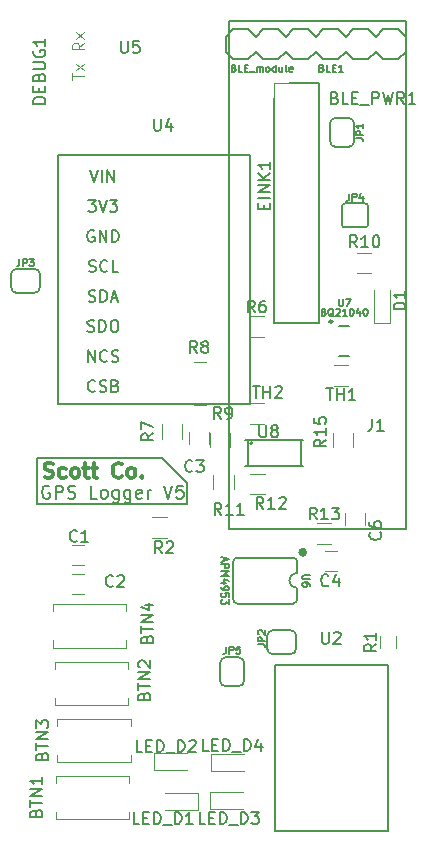
<source format=gto>
G04 #@! TF.GenerationSoftware,KiCad,Pcbnew,(5.0.0)*
G04 #@! TF.CreationDate,2018-08-08T00:15:05-07:00*
G04 #@! TF.ProjectId,GPSLogger,4750534C6F676765722E6B696361645F,rev?*
G04 #@! TF.SameCoordinates,Original*
G04 #@! TF.FileFunction,Legend,Top*
G04 #@! TF.FilePolarity,Positive*
%FSLAX46Y46*%
G04 Gerber Fmt 4.6, Leading zero omitted, Abs format (unit mm)*
G04 Created by KiCad (PCBNEW (5.0.0)) date 08/08/18 00:15:05*
%MOMM*%
%LPD*%
G01*
G04 APERTURE LIST*
%ADD10C,0.200000*%
%ADD11C,0.300000*%
%ADD12C,0.100000*%
%ADD13C,0.150000*%
%ADD14C,0.120000*%
%ADD15C,0.203200*%
%ADD16C,0.254000*%
%ADD17C,0.152400*%
%ADD18C,0.127000*%
G04 APERTURE END LIST*
D10*
X107365800Y-85328760D02*
X96814640Y-85328760D01*
X109496860Y-87459820D02*
X107365800Y-85328760D01*
X109496860Y-89204800D02*
X109496860Y-87459820D01*
X96796860Y-89204800D02*
X109496860Y-89204800D01*
X96796860Y-85310980D02*
X96796860Y-89204800D01*
X97823532Y-87689600D02*
X97718770Y-87637219D01*
X97561627Y-87637219D01*
X97404484Y-87689600D01*
X97299722Y-87794361D01*
X97247341Y-87899123D01*
X97194960Y-88108647D01*
X97194960Y-88265790D01*
X97247341Y-88475314D01*
X97299722Y-88580076D01*
X97404484Y-88684838D01*
X97561627Y-88737219D01*
X97666389Y-88737219D01*
X97823532Y-88684838D01*
X97875913Y-88632457D01*
X97875913Y-88265790D01*
X97666389Y-88265790D01*
X98347341Y-88737219D02*
X98347341Y-87637219D01*
X98766389Y-87637219D01*
X98871151Y-87689600D01*
X98923532Y-87741980D01*
X98975913Y-87846742D01*
X98975913Y-88003885D01*
X98923532Y-88108647D01*
X98871151Y-88161028D01*
X98766389Y-88213409D01*
X98347341Y-88213409D01*
X99394960Y-88684838D02*
X99552103Y-88737219D01*
X99814008Y-88737219D01*
X99918770Y-88684838D01*
X99971151Y-88632457D01*
X100023532Y-88527695D01*
X100023532Y-88422933D01*
X99971151Y-88318171D01*
X99918770Y-88265790D01*
X99814008Y-88213409D01*
X99604484Y-88161028D01*
X99499722Y-88108647D01*
X99447341Y-88056266D01*
X99394960Y-87951504D01*
X99394960Y-87846742D01*
X99447341Y-87741980D01*
X99499722Y-87689600D01*
X99604484Y-87637219D01*
X99866389Y-87637219D01*
X100023532Y-87689600D01*
X101856865Y-88737219D02*
X101333056Y-88737219D01*
X101333056Y-87637219D01*
X102380675Y-88737219D02*
X102275913Y-88684838D01*
X102223532Y-88632457D01*
X102171151Y-88527695D01*
X102171151Y-88213409D01*
X102223532Y-88108647D01*
X102275913Y-88056266D01*
X102380675Y-88003885D01*
X102537818Y-88003885D01*
X102642579Y-88056266D01*
X102694960Y-88108647D01*
X102747341Y-88213409D01*
X102747341Y-88527695D01*
X102694960Y-88632457D01*
X102642579Y-88684838D01*
X102537818Y-88737219D01*
X102380675Y-88737219D01*
X103690199Y-88003885D02*
X103690199Y-88894361D01*
X103637818Y-88999123D01*
X103585437Y-89051504D01*
X103480675Y-89103885D01*
X103323532Y-89103885D01*
X103218770Y-89051504D01*
X103690199Y-88684838D02*
X103585437Y-88737219D01*
X103375913Y-88737219D01*
X103271151Y-88684838D01*
X103218770Y-88632457D01*
X103166389Y-88527695D01*
X103166389Y-88213409D01*
X103218770Y-88108647D01*
X103271151Y-88056266D01*
X103375913Y-88003885D01*
X103585437Y-88003885D01*
X103690199Y-88056266D01*
X104685437Y-88003885D02*
X104685437Y-88894361D01*
X104633056Y-88999123D01*
X104580675Y-89051504D01*
X104475913Y-89103885D01*
X104318770Y-89103885D01*
X104214008Y-89051504D01*
X104685437Y-88684838D02*
X104580675Y-88737219D01*
X104371151Y-88737219D01*
X104266389Y-88684838D01*
X104214008Y-88632457D01*
X104161627Y-88527695D01*
X104161627Y-88213409D01*
X104214008Y-88108647D01*
X104266389Y-88056266D01*
X104371151Y-88003885D01*
X104580675Y-88003885D01*
X104685437Y-88056266D01*
X105628294Y-88684838D02*
X105523532Y-88737219D01*
X105314008Y-88737219D01*
X105209246Y-88684838D01*
X105156865Y-88580076D01*
X105156865Y-88161028D01*
X105209246Y-88056266D01*
X105314008Y-88003885D01*
X105523532Y-88003885D01*
X105628294Y-88056266D01*
X105680675Y-88161028D01*
X105680675Y-88265790D01*
X105156865Y-88370552D01*
X106152103Y-88737219D02*
X106152103Y-88003885D01*
X106152103Y-88213409D02*
X106204484Y-88108647D01*
X106256865Y-88056266D01*
X106361627Y-88003885D01*
X106466389Y-88003885D01*
X107514008Y-87637219D02*
X107880675Y-88737219D01*
X108247341Y-87637219D01*
X109137818Y-87637219D02*
X108614008Y-87637219D01*
X108561627Y-88161028D01*
X108614008Y-88108647D01*
X108718770Y-88056266D01*
X108980675Y-88056266D01*
X109085437Y-88108647D01*
X109137818Y-88161028D01*
X109190199Y-88265790D01*
X109190199Y-88527695D01*
X109137818Y-88632457D01*
X109085437Y-88684838D01*
X108980675Y-88737219D01*
X108718770Y-88737219D01*
X108614008Y-88684838D01*
X108561627Y-88632457D01*
D11*
X97415375Y-86909132D02*
X97593946Y-86968656D01*
X97891565Y-86968656D01*
X98010613Y-86909132D01*
X98070137Y-86849608D01*
X98129660Y-86730560D01*
X98129660Y-86611513D01*
X98070137Y-86492465D01*
X98010613Y-86432941D01*
X97891565Y-86373418D01*
X97653470Y-86313894D01*
X97534422Y-86254370D01*
X97474899Y-86194846D01*
X97415375Y-86075799D01*
X97415375Y-85956751D01*
X97474899Y-85837703D01*
X97534422Y-85778180D01*
X97653470Y-85718656D01*
X97951089Y-85718656D01*
X98129660Y-85778180D01*
X99201089Y-86909132D02*
X99082041Y-86968656D01*
X98843946Y-86968656D01*
X98724899Y-86909132D01*
X98665375Y-86849608D01*
X98605851Y-86730560D01*
X98605851Y-86373418D01*
X98665375Y-86254370D01*
X98724899Y-86194846D01*
X98843946Y-86135322D01*
X99082041Y-86135322D01*
X99201089Y-86194846D01*
X99915375Y-86968656D02*
X99796327Y-86909132D01*
X99736803Y-86849608D01*
X99677280Y-86730560D01*
X99677280Y-86373418D01*
X99736803Y-86254370D01*
X99796327Y-86194846D01*
X99915375Y-86135322D01*
X100093946Y-86135322D01*
X100212994Y-86194846D01*
X100272518Y-86254370D01*
X100332041Y-86373418D01*
X100332041Y-86730560D01*
X100272518Y-86849608D01*
X100212994Y-86909132D01*
X100093946Y-86968656D01*
X99915375Y-86968656D01*
X100689184Y-86135322D02*
X101165375Y-86135322D01*
X100867756Y-85718656D02*
X100867756Y-86790084D01*
X100927280Y-86909132D01*
X101046327Y-86968656D01*
X101165375Y-86968656D01*
X101403470Y-86135322D02*
X101879660Y-86135322D01*
X101582041Y-85718656D02*
X101582041Y-86790084D01*
X101641565Y-86909132D01*
X101760613Y-86968656D01*
X101879660Y-86968656D01*
X103962994Y-86849608D02*
X103903470Y-86909132D01*
X103724899Y-86968656D01*
X103605851Y-86968656D01*
X103427280Y-86909132D01*
X103308232Y-86790084D01*
X103248708Y-86671037D01*
X103189184Y-86432941D01*
X103189184Y-86254370D01*
X103248708Y-86016275D01*
X103308232Y-85897227D01*
X103427280Y-85778180D01*
X103605851Y-85718656D01*
X103724899Y-85718656D01*
X103903470Y-85778180D01*
X103962994Y-85837703D01*
X104677280Y-86968656D02*
X104558232Y-86909132D01*
X104498708Y-86849608D01*
X104439184Y-86730560D01*
X104439184Y-86373418D01*
X104498708Y-86254370D01*
X104558232Y-86194846D01*
X104677280Y-86135322D01*
X104855851Y-86135322D01*
X104974899Y-86194846D01*
X105034422Y-86254370D01*
X105093946Y-86373418D01*
X105093946Y-86730560D01*
X105034422Y-86849608D01*
X104974899Y-86909132D01*
X104855851Y-86968656D01*
X104677280Y-86968656D01*
X105629660Y-86849608D02*
X105689184Y-86909132D01*
X105629660Y-86968656D01*
X105570137Y-86909132D01*
X105629660Y-86849608D01*
X105629660Y-86968656D01*
D12*
X99782380Y-53268476D02*
X99782380Y-52697047D01*
X100782380Y-52982761D02*
X99782380Y-52982761D01*
X100782380Y-52458952D02*
X100115714Y-51935142D01*
X100115714Y-52458952D02*
X100782380Y-51935142D01*
X100782380Y-50133238D02*
X100306190Y-50466571D01*
X100782380Y-50704666D02*
X99782380Y-50704666D01*
X99782380Y-50323714D01*
X99830000Y-50228476D01*
X99877619Y-50180857D01*
X99972857Y-50133238D01*
X100115714Y-50133238D01*
X100210952Y-50180857D01*
X100258571Y-50228476D01*
X100306190Y-50323714D01*
X100306190Y-50704666D01*
X100782380Y-49799904D02*
X100115714Y-49276095D01*
X100115714Y-49799904D02*
X100782380Y-49276095D01*
D13*
G04 #@! TO.C,U4*
X114752000Y-80772000D02*
X98552000Y-80772000D01*
X114808000Y-59772000D02*
X114808000Y-80772000D01*
X98552000Y-59690000D02*
X114808000Y-59690000D01*
X98552000Y-80772000D02*
X98552000Y-59772000D01*
D14*
G04 #@! TO.C,EINK1*
X116840000Y-54864000D02*
X116840000Y-53594000D01*
X116840000Y-53594000D02*
X118110000Y-53594000D01*
D13*
X118110000Y-53594000D02*
X120650000Y-53594000D01*
X120650000Y-53594000D02*
X120650000Y-73914000D01*
X120650000Y-73914000D02*
X116840000Y-73914000D01*
X116840000Y-73914000D02*
X116840000Y-54864000D01*
G04 #@! TO.C,U2*
X126492000Y-116870000D02*
X126492000Y-102870000D01*
X116892000Y-116870000D02*
X126492000Y-116870000D01*
X116892000Y-102870000D02*
X116892000Y-116870000D01*
X126492000Y-102870000D02*
X116892000Y-102870000D01*
D14*
G04 #@! TO.C,BTN2*
X98300000Y-106244000D02*
X98300000Y-105594000D01*
X98300000Y-102544000D02*
X98300000Y-103194000D01*
X104500000Y-103194000D02*
X104500000Y-102544000D01*
X104500000Y-106244000D02*
X104500000Y-105594000D01*
X98300000Y-106244000D02*
X104500000Y-106244000D01*
X104500000Y-102544000D02*
X98300000Y-102544000D01*
G04 #@! TO.C,C3*
X109640000Y-83082000D02*
X109640000Y-84082000D01*
X111340000Y-84082000D02*
X111340000Y-83082000D01*
G04 #@! TO.C,C6*
X124548000Y-90940000D02*
X124548000Y-89940000D01*
X122848000Y-89940000D02*
X122848000Y-90940000D01*
G04 #@! TO.C,C4*
X122200000Y-93150000D02*
X121200000Y-93150000D01*
X121200000Y-94850000D02*
X122200000Y-94850000D01*
G04 #@! TO.C,D1*
X125300000Y-73900000D02*
X126700000Y-73900000D01*
X126700000Y-73900000D02*
X126700000Y-71100000D01*
X125300000Y-73900000D02*
X125300000Y-71100000D01*
G04 #@! TO.C,R6*
X115982000Y-75048000D02*
X114782000Y-75048000D01*
X114782000Y-73288000D02*
X115982000Y-73288000D01*
G04 #@! TO.C,R7*
X107324000Y-83658000D02*
X107324000Y-82458000D01*
X109084000Y-82458000D02*
X109084000Y-83658000D01*
G04 #@! TO.C,R10*
X125050000Y-69680000D02*
X123850000Y-69680000D01*
X123850000Y-67920000D02*
X125050000Y-67920000D01*
G04 #@! TO.C,R11*
X113480000Y-86750000D02*
X113480000Y-87950000D01*
X111720000Y-87950000D02*
X111720000Y-86750000D01*
G04 #@! TO.C,R12*
X116050000Y-88380000D02*
X114850000Y-88380000D01*
X114850000Y-86620000D02*
X116050000Y-86620000D01*
G04 #@! TO.C,R15*
X123562000Y-83154000D02*
X123562000Y-84354000D01*
X121802000Y-84354000D02*
X121802000Y-83154000D01*
G04 #@! TO.C,R9*
X111388000Y-84354000D02*
X111388000Y-83154000D01*
X113148000Y-83154000D02*
X113148000Y-84354000D01*
G04 #@! TO.C,TH1*
X121950000Y-77420000D02*
X123150000Y-77420000D01*
X123150000Y-79180000D02*
X121950000Y-79180000D01*
G04 #@! TO.C,TH2*
X115982000Y-82414000D02*
X114782000Y-82414000D01*
X114782000Y-80654000D02*
X115982000Y-80654000D01*
G04 #@! TO.C,C1*
X100750000Y-92650000D02*
X99750000Y-92650000D01*
X99750000Y-94350000D02*
X100750000Y-94350000D01*
G04 #@! TO.C,C2*
X100750000Y-95150000D02*
X99750000Y-95150000D01*
X99750000Y-96850000D02*
X100750000Y-96850000D01*
G04 #@! TO.C,LED_D2*
X106700000Y-110300000D02*
X106700000Y-111700000D01*
X106700000Y-111700000D02*
X109500000Y-111700000D01*
X106700000Y-110300000D02*
X109500000Y-110300000D01*
G04 #@! TO.C,LED_D3*
X111400000Y-113600000D02*
X111400000Y-115000000D01*
X111400000Y-115000000D02*
X114200000Y-115000000D01*
X111400000Y-113600000D02*
X114200000Y-113600000D01*
G04 #@! TO.C,LED_D4*
X111500000Y-110400000D02*
X111500000Y-111800000D01*
X111500000Y-111800000D02*
X114300000Y-111800000D01*
X111500000Y-110400000D02*
X114300000Y-110400000D01*
G04 #@! TO.C,R1*
X127180000Y-100400000D02*
X127180000Y-101400000D01*
X125820000Y-101400000D02*
X125820000Y-100400000D01*
G04 #@! TO.C,R2*
X106550000Y-90320000D02*
X107750000Y-90320000D01*
X107750000Y-92080000D02*
X106550000Y-92080000D01*
G04 #@! TO.C,LED_D1*
X110400000Y-115100000D02*
X110400000Y-113700000D01*
X110400000Y-113700000D02*
X107600000Y-113700000D01*
X110400000Y-115100000D02*
X107600000Y-115100000D01*
G04 #@! TO.C,BTN1*
X98400000Y-115896000D02*
X98400000Y-115246000D01*
X98400000Y-112196000D02*
X98400000Y-112846000D01*
X104600000Y-112846000D02*
X104600000Y-112196000D01*
X104600000Y-115896000D02*
X104600000Y-115246000D01*
X98400000Y-115896000D02*
X104600000Y-115896000D01*
X104600000Y-112196000D02*
X98400000Y-112196000D01*
G04 #@! TO.C,BTN3*
X98500000Y-111070000D02*
X98500000Y-110420000D01*
X98500000Y-107370000D02*
X98500000Y-108020000D01*
X104700000Y-108020000D02*
X104700000Y-107370000D01*
X104700000Y-111070000D02*
X104700000Y-110420000D01*
X98500000Y-111070000D02*
X104700000Y-111070000D01*
X104700000Y-107370000D02*
X98500000Y-107370000D01*
G04 #@! TO.C,BTN4*
X98100000Y-101350000D02*
X98100000Y-100700000D01*
X98100000Y-97650000D02*
X98100000Y-98300000D01*
X104300000Y-98300000D02*
X104300000Y-97650000D01*
X104300000Y-101350000D02*
X104300000Y-100700000D01*
X98100000Y-101350000D02*
X104300000Y-101350000D01*
X104300000Y-97650000D02*
X98100000Y-97650000D01*
G04 #@! TO.C,R13*
X121692000Y-92574000D02*
X120492000Y-92574000D01*
X120492000Y-90814000D02*
X121692000Y-90814000D01*
D15*
G04 #@! TO.C,U6*
X118767000Y-95039600D02*
G75*
G03X118767000Y-96309600I0J-635000D01*
G01*
X118815260Y-94036300D02*
G75*
G03X118436800Y-93754360I-330200J-48260D01*
G01*
X113382200Y-97264640D02*
G75*
G03X113763200Y-97645640I381000J0D01*
G01*
X118436800Y-97645640D02*
G75*
G03X118817800Y-97163040I-50800J431800D01*
G01*
X113666680Y-93754360D02*
G75*
G03X113382200Y-94135360I48260J-332740D01*
G01*
X118817800Y-94036300D02*
X118817800Y-95039600D01*
X118817800Y-97150340D02*
X118817800Y-96309600D01*
X113382200Y-94135360D02*
X113382200Y-97264640D01*
X118436800Y-93754360D02*
X113664140Y-93754360D01*
X113763200Y-97645640D02*
X118436800Y-97645640D01*
D16*
X119402000Y-93287000D02*
G75*
G03X119402000Y-93287000I-127000J0D01*
G01*
X119529000Y-93287000D02*
G75*
G03X119529000Y-93287000I-254000J0D01*
G01*
D15*
G04 #@! TO.C,U7*
X122370740Y-74130000D02*
X123229260Y-74130000D01*
X123229260Y-76670000D02*
X122370740Y-76670000D01*
D16*
X121784000Y-73749000D02*
G75*
G03X121784000Y-73749000I-127000J0D01*
G01*
D13*
G04 #@! TO.C,U8*
X115000000Y-84050000D02*
G75*
G03X115000000Y-84050000I-100000J0D01*
G01*
X114600000Y-86000000D02*
X114600000Y-83800000D01*
X119100000Y-83900000D02*
X119100000Y-86000000D01*
X114400000Y-83800000D02*
X119300000Y-83800000D01*
X114400000Y-86000000D02*
X119300000Y-86000000D01*
D17*
G04 #@! TO.C,JP1*
X121589800Y-58496200D02*
G75*
G03X122047000Y-58953400I457200J0D01*
G01*
X122047000Y-56515000D02*
G75*
G03X121589800Y-56972200I0J-457200D01*
G01*
X123621800Y-56972200D02*
G75*
G03X123164600Y-56515000I-457200J0D01*
G01*
X123164600Y-58953400D02*
G75*
G03X123621800Y-58496200I0J457200D01*
G01*
X123621800Y-56972200D02*
X123621800Y-58496200D01*
X122047000Y-56515000D02*
X123164600Y-56515000D01*
X122047000Y-58953400D02*
X123164600Y-58953400D01*
X121589800Y-58496200D02*
X121589800Y-56972200D01*
G04 #@! TO.C,JP2*
X118262000Y-101916000D02*
G75*
G03X118719200Y-101458800I0J457200D01*
G01*
X116280800Y-101458800D02*
G75*
G03X116738000Y-101916000I457200J0D01*
G01*
X116738000Y-99884000D02*
G75*
G03X116280800Y-100341200I0J-457200D01*
G01*
X118719200Y-100341200D02*
G75*
G03X118262000Y-99884000I-457200J0D01*
G01*
X116738000Y-99884000D02*
X118262000Y-99884000D01*
X116280800Y-101458800D02*
X116280800Y-100341200D01*
X118719200Y-101458800D02*
X118719200Y-100341200D01*
X118262000Y-101916000D02*
X116738000Y-101916000D01*
G04 #@! TO.C,JP3*
X96562000Y-71316000D02*
G75*
G03X97019200Y-70858800I0J457200D01*
G01*
X94580800Y-70858800D02*
G75*
G03X95038000Y-71316000I457200J0D01*
G01*
X95038000Y-69284000D02*
G75*
G03X94580800Y-69741200I0J-457200D01*
G01*
X97019200Y-69741200D02*
G75*
G03X96562000Y-69284000I-457200J0D01*
G01*
X95038000Y-69284000D02*
X96562000Y-69284000D01*
X94580800Y-70858800D02*
X94580800Y-69741200D01*
X97019200Y-70858800D02*
X97019200Y-69741200D01*
X96562000Y-71316000D02*
X95038000Y-71316000D01*
G04 #@! TO.C,JP4*
X124561600Y-65786000D02*
G75*
G03X124815600Y-65532000I0J254000D01*
G01*
X122580400Y-65532000D02*
G75*
G03X122834400Y-65786000I254000J0D01*
G01*
X122834400Y-63754000D02*
G75*
G03X122580400Y-64008000I0J-254000D01*
G01*
X124815600Y-64008000D02*
G75*
G03X124561600Y-63754000I-254000J0D01*
G01*
X122834400Y-63754000D02*
X124561600Y-63754000D01*
X122580400Y-65532000D02*
X122580400Y-64008000D01*
X124815600Y-65532000D02*
X124815600Y-64008000D01*
X124561600Y-65786000D02*
X122834400Y-65786000D01*
G04 #@! TO.C,JP5*
X114316000Y-102644400D02*
G75*
G03X113858800Y-102187200I-457200J0D01*
G01*
X113858800Y-104625600D02*
G75*
G03X114316000Y-104168400I0J457200D01*
G01*
X112284000Y-104168400D02*
G75*
G03X112741200Y-104625600I457200J0D01*
G01*
X112741200Y-102187200D02*
G75*
G03X112284000Y-102644400I0J-457200D01*
G01*
X112284000Y-104168400D02*
X112284000Y-102644400D01*
X113858800Y-104625600D02*
X112741200Y-104625600D01*
X113858800Y-102187200D02*
X112741200Y-102187200D01*
X114316000Y-102644400D02*
X114316000Y-104168400D01*
D15*
G04 #@! TO.C,BLE1*
X125476000Y-49657000D02*
X126111000Y-49022000D01*
X126111000Y-49022000D02*
X127381000Y-49022000D01*
X127381000Y-49022000D02*
X128016000Y-49657000D01*
X128016000Y-50927000D02*
X127381000Y-51562000D01*
X127381000Y-51562000D02*
X126111000Y-51562000D01*
X126111000Y-51562000D02*
X125476000Y-50927000D01*
X121031000Y-49022000D02*
X122301000Y-49022000D01*
X122301000Y-49022000D02*
X122936000Y-49657000D01*
X122936000Y-50927000D02*
X122301000Y-51562000D01*
X122936000Y-49657000D02*
X123571000Y-49022000D01*
X123571000Y-49022000D02*
X124841000Y-49022000D01*
X124841000Y-49022000D02*
X125476000Y-49657000D01*
X125476000Y-50927000D02*
X124841000Y-51562000D01*
X124841000Y-51562000D02*
X123571000Y-51562000D01*
X123571000Y-51562000D02*
X122936000Y-50927000D01*
X117856000Y-49657000D02*
X118491000Y-49022000D01*
X118491000Y-49022000D02*
X119761000Y-49022000D01*
X119761000Y-49022000D02*
X120396000Y-49657000D01*
X120396000Y-50927000D02*
X119761000Y-51562000D01*
X119761000Y-51562000D02*
X118491000Y-51562000D01*
X118491000Y-51562000D02*
X117856000Y-50927000D01*
X121031000Y-49022000D02*
X120396000Y-49657000D01*
X120396000Y-50927000D02*
X121031000Y-51562000D01*
X122301000Y-51562000D02*
X121031000Y-51562000D01*
X113411000Y-49022000D02*
X114681000Y-49022000D01*
X114681000Y-49022000D02*
X115316000Y-49657000D01*
X115316000Y-50927000D02*
X114681000Y-51562000D01*
X115316000Y-49657000D02*
X115951000Y-49022000D01*
X115951000Y-49022000D02*
X117221000Y-49022000D01*
X117221000Y-49022000D02*
X117856000Y-49657000D01*
X117856000Y-50927000D02*
X117221000Y-51562000D01*
X117221000Y-51562000D02*
X115951000Y-51562000D01*
X115951000Y-51562000D02*
X115316000Y-50927000D01*
X112776000Y-49657000D02*
X112776000Y-50927000D01*
X113411000Y-49022000D02*
X112776000Y-49657000D01*
X112776000Y-50927000D02*
X113411000Y-51562000D01*
X114681000Y-51562000D02*
X113411000Y-51562000D01*
X128016000Y-49657000D02*
X128016000Y-50927000D01*
D13*
X113046000Y-48292000D02*
X128046000Y-48292000D01*
X128046000Y-48292000D02*
X128046000Y-91292000D01*
X128046000Y-91292000D02*
X113046000Y-91292000D01*
X113046000Y-91292000D02*
X113046000Y-48292000D01*
D14*
G04 #@! TO.C,R8*
X111104000Y-80786000D02*
X110104000Y-80786000D01*
X110104000Y-77186000D02*
X111104000Y-77186000D01*
G04 #@! TO.C,U4*
D13*
X106680095Y-56594380D02*
X106680095Y-57403904D01*
X106727714Y-57499142D01*
X106775333Y-57546761D01*
X106870571Y-57594380D01*
X107061047Y-57594380D01*
X107156285Y-57546761D01*
X107203904Y-57499142D01*
X107251523Y-57403904D01*
X107251523Y-56594380D01*
X108156285Y-56927714D02*
X108156285Y-57594380D01*
X107918190Y-56546761D02*
X107680095Y-57261047D01*
X108299142Y-57261047D01*
X101266761Y-60920380D02*
X101600095Y-61920380D01*
X101933428Y-60920380D01*
X102266761Y-61920380D02*
X102266761Y-60920380D01*
X102742952Y-61920380D02*
X102742952Y-60920380D01*
X103314380Y-61920380D01*
X103314380Y-60920380D01*
X101123904Y-63460380D02*
X101742952Y-63460380D01*
X101409619Y-63841333D01*
X101552476Y-63841333D01*
X101647714Y-63888952D01*
X101695333Y-63936571D01*
X101742952Y-64031809D01*
X101742952Y-64269904D01*
X101695333Y-64365142D01*
X101647714Y-64412761D01*
X101552476Y-64460380D01*
X101266761Y-64460380D01*
X101171523Y-64412761D01*
X101123904Y-64365142D01*
X102028666Y-63460380D02*
X102362000Y-64460380D01*
X102695333Y-63460380D01*
X102933428Y-63460380D02*
X103552476Y-63460380D01*
X103219142Y-63841333D01*
X103362000Y-63841333D01*
X103457238Y-63888952D01*
X103504857Y-63936571D01*
X103552476Y-64031809D01*
X103552476Y-64269904D01*
X103504857Y-64365142D01*
X103457238Y-64412761D01*
X103362000Y-64460380D01*
X103076285Y-64460380D01*
X102981047Y-64412761D01*
X102933428Y-64365142D01*
X101600095Y-66048000D02*
X101504857Y-66000380D01*
X101362000Y-66000380D01*
X101219142Y-66048000D01*
X101123904Y-66143238D01*
X101076285Y-66238476D01*
X101028666Y-66428952D01*
X101028666Y-66571809D01*
X101076285Y-66762285D01*
X101123904Y-66857523D01*
X101219142Y-66952761D01*
X101362000Y-67000380D01*
X101457238Y-67000380D01*
X101600095Y-66952761D01*
X101647714Y-66905142D01*
X101647714Y-66571809D01*
X101457238Y-66571809D01*
X102076285Y-67000380D02*
X102076285Y-66000380D01*
X102647714Y-67000380D01*
X102647714Y-66000380D01*
X103123904Y-67000380D02*
X103123904Y-66000380D01*
X103362000Y-66000380D01*
X103504857Y-66048000D01*
X103600095Y-66143238D01*
X103647714Y-66238476D01*
X103695333Y-66428952D01*
X103695333Y-66571809D01*
X103647714Y-66762285D01*
X103600095Y-66857523D01*
X103504857Y-66952761D01*
X103362000Y-67000380D01*
X103123904Y-67000380D01*
X101171523Y-69492761D02*
X101314380Y-69540380D01*
X101552476Y-69540380D01*
X101647714Y-69492761D01*
X101695333Y-69445142D01*
X101742952Y-69349904D01*
X101742952Y-69254666D01*
X101695333Y-69159428D01*
X101647714Y-69111809D01*
X101552476Y-69064190D01*
X101362000Y-69016571D01*
X101266761Y-68968952D01*
X101219142Y-68921333D01*
X101171523Y-68826095D01*
X101171523Y-68730857D01*
X101219142Y-68635619D01*
X101266761Y-68588000D01*
X101362000Y-68540380D01*
X101600095Y-68540380D01*
X101742952Y-68588000D01*
X102742952Y-69445142D02*
X102695333Y-69492761D01*
X102552476Y-69540380D01*
X102457238Y-69540380D01*
X102314380Y-69492761D01*
X102219142Y-69397523D01*
X102171523Y-69302285D01*
X102123904Y-69111809D01*
X102123904Y-68968952D01*
X102171523Y-68778476D01*
X102219142Y-68683238D01*
X102314380Y-68588000D01*
X102457238Y-68540380D01*
X102552476Y-68540380D01*
X102695333Y-68588000D01*
X102742952Y-68635619D01*
X103647714Y-69540380D02*
X103171523Y-69540380D01*
X103171523Y-68540380D01*
X101147714Y-72032761D02*
X101290571Y-72080380D01*
X101528666Y-72080380D01*
X101623904Y-72032761D01*
X101671523Y-71985142D01*
X101719142Y-71889904D01*
X101719142Y-71794666D01*
X101671523Y-71699428D01*
X101623904Y-71651809D01*
X101528666Y-71604190D01*
X101338190Y-71556571D01*
X101242952Y-71508952D01*
X101195333Y-71461333D01*
X101147714Y-71366095D01*
X101147714Y-71270857D01*
X101195333Y-71175619D01*
X101242952Y-71128000D01*
X101338190Y-71080380D01*
X101576285Y-71080380D01*
X101719142Y-71128000D01*
X102147714Y-72080380D02*
X102147714Y-71080380D01*
X102385809Y-71080380D01*
X102528666Y-71128000D01*
X102623904Y-71223238D01*
X102671523Y-71318476D01*
X102719142Y-71508952D01*
X102719142Y-71651809D01*
X102671523Y-71842285D01*
X102623904Y-71937523D01*
X102528666Y-72032761D01*
X102385809Y-72080380D01*
X102147714Y-72080380D01*
X103100095Y-71794666D02*
X103576285Y-71794666D01*
X103004857Y-72080380D02*
X103338190Y-71080380D01*
X103671523Y-72080380D01*
X101052476Y-74572761D02*
X101195333Y-74620380D01*
X101433428Y-74620380D01*
X101528666Y-74572761D01*
X101576285Y-74525142D01*
X101623904Y-74429904D01*
X101623904Y-74334666D01*
X101576285Y-74239428D01*
X101528666Y-74191809D01*
X101433428Y-74144190D01*
X101242952Y-74096571D01*
X101147714Y-74048952D01*
X101100095Y-74001333D01*
X101052476Y-73906095D01*
X101052476Y-73810857D01*
X101100095Y-73715619D01*
X101147714Y-73668000D01*
X101242952Y-73620380D01*
X101481047Y-73620380D01*
X101623904Y-73668000D01*
X102052476Y-74620380D02*
X102052476Y-73620380D01*
X102290571Y-73620380D01*
X102433428Y-73668000D01*
X102528666Y-73763238D01*
X102576285Y-73858476D01*
X102623904Y-74048952D01*
X102623904Y-74191809D01*
X102576285Y-74382285D01*
X102528666Y-74477523D01*
X102433428Y-74572761D01*
X102290571Y-74620380D01*
X102052476Y-74620380D01*
X103242952Y-73620380D02*
X103433428Y-73620380D01*
X103528666Y-73668000D01*
X103623904Y-73763238D01*
X103671523Y-73953714D01*
X103671523Y-74287047D01*
X103623904Y-74477523D01*
X103528666Y-74572761D01*
X103433428Y-74620380D01*
X103242952Y-74620380D01*
X103147714Y-74572761D01*
X103052476Y-74477523D01*
X103004857Y-74287047D01*
X103004857Y-73953714D01*
X103052476Y-73763238D01*
X103147714Y-73668000D01*
X103242952Y-73620380D01*
X101100095Y-77160380D02*
X101100095Y-76160380D01*
X101671523Y-77160380D01*
X101671523Y-76160380D01*
X102719142Y-77065142D02*
X102671523Y-77112761D01*
X102528666Y-77160380D01*
X102433428Y-77160380D01*
X102290571Y-77112761D01*
X102195333Y-77017523D01*
X102147714Y-76922285D01*
X102100095Y-76731809D01*
X102100095Y-76588952D01*
X102147714Y-76398476D01*
X102195333Y-76303238D01*
X102290571Y-76208000D01*
X102433428Y-76160380D01*
X102528666Y-76160380D01*
X102671523Y-76208000D01*
X102719142Y-76255619D01*
X103100095Y-77112761D02*
X103242952Y-77160380D01*
X103481047Y-77160380D01*
X103576285Y-77112761D01*
X103623904Y-77065142D01*
X103671523Y-76969904D01*
X103671523Y-76874666D01*
X103623904Y-76779428D01*
X103576285Y-76731809D01*
X103481047Y-76684190D01*
X103290571Y-76636571D01*
X103195333Y-76588952D01*
X103147714Y-76541333D01*
X103100095Y-76446095D01*
X103100095Y-76350857D01*
X103147714Y-76255619D01*
X103195333Y-76208000D01*
X103290571Y-76160380D01*
X103528666Y-76160380D01*
X103671523Y-76208000D01*
X101695333Y-79605142D02*
X101647714Y-79652761D01*
X101504857Y-79700380D01*
X101409619Y-79700380D01*
X101266761Y-79652761D01*
X101171523Y-79557523D01*
X101123904Y-79462285D01*
X101076285Y-79271809D01*
X101076285Y-79128952D01*
X101123904Y-78938476D01*
X101171523Y-78843238D01*
X101266761Y-78748000D01*
X101409619Y-78700380D01*
X101504857Y-78700380D01*
X101647714Y-78748000D01*
X101695333Y-78795619D01*
X102076285Y-79652761D02*
X102219142Y-79700380D01*
X102457238Y-79700380D01*
X102552476Y-79652761D01*
X102600095Y-79605142D01*
X102647714Y-79509904D01*
X102647714Y-79414666D01*
X102600095Y-79319428D01*
X102552476Y-79271809D01*
X102457238Y-79224190D01*
X102266761Y-79176571D01*
X102171523Y-79128952D01*
X102123904Y-79081333D01*
X102076285Y-78986095D01*
X102076285Y-78890857D01*
X102123904Y-78795619D01*
X102171523Y-78748000D01*
X102266761Y-78700380D01*
X102504857Y-78700380D01*
X102647714Y-78748000D01*
X103409619Y-79176571D02*
X103552476Y-79224190D01*
X103600095Y-79271809D01*
X103647714Y-79367047D01*
X103647714Y-79509904D01*
X103600095Y-79605142D01*
X103552476Y-79652761D01*
X103457238Y-79700380D01*
X103076285Y-79700380D01*
X103076285Y-78700380D01*
X103409619Y-78700380D01*
X103504857Y-78748000D01*
X103552476Y-78795619D01*
X103600095Y-78890857D01*
X103600095Y-78986095D01*
X103552476Y-79081333D01*
X103504857Y-79128952D01*
X103409619Y-79176571D01*
X103076285Y-79176571D01*
G04 #@! TO.C,DEBUG1*
X97480380Y-55292285D02*
X96480380Y-55292285D01*
X96480380Y-55054190D01*
X96528000Y-54911333D01*
X96623238Y-54816095D01*
X96718476Y-54768476D01*
X96908952Y-54720857D01*
X97051809Y-54720857D01*
X97242285Y-54768476D01*
X97337523Y-54816095D01*
X97432761Y-54911333D01*
X97480380Y-55054190D01*
X97480380Y-55292285D01*
X96956571Y-54292285D02*
X96956571Y-53958952D01*
X97480380Y-53816095D02*
X97480380Y-54292285D01*
X96480380Y-54292285D01*
X96480380Y-53816095D01*
X96956571Y-53054190D02*
X97004190Y-52911333D01*
X97051809Y-52863714D01*
X97147047Y-52816095D01*
X97289904Y-52816095D01*
X97385142Y-52863714D01*
X97432761Y-52911333D01*
X97480380Y-53006571D01*
X97480380Y-53387523D01*
X96480380Y-53387523D01*
X96480380Y-53054190D01*
X96528000Y-52958952D01*
X96575619Y-52911333D01*
X96670857Y-52863714D01*
X96766095Y-52863714D01*
X96861333Y-52911333D01*
X96908952Y-52958952D01*
X96956571Y-53054190D01*
X96956571Y-53387523D01*
X96480380Y-52387523D02*
X97289904Y-52387523D01*
X97385142Y-52339904D01*
X97432761Y-52292285D01*
X97480380Y-52197047D01*
X97480380Y-52006571D01*
X97432761Y-51911333D01*
X97385142Y-51863714D01*
X97289904Y-51816095D01*
X96480380Y-51816095D01*
X96528000Y-50816095D02*
X96480380Y-50911333D01*
X96480380Y-51054190D01*
X96528000Y-51197047D01*
X96623238Y-51292285D01*
X96718476Y-51339904D01*
X96908952Y-51387523D01*
X97051809Y-51387523D01*
X97242285Y-51339904D01*
X97337523Y-51292285D01*
X97432761Y-51197047D01*
X97480380Y-51054190D01*
X97480380Y-50958952D01*
X97432761Y-50816095D01*
X97385142Y-50768476D01*
X97051809Y-50768476D01*
X97051809Y-50958952D01*
X97480380Y-49816095D02*
X97480380Y-50387523D01*
X97480380Y-50101809D02*
X96480380Y-50101809D01*
X96623238Y-50197047D01*
X96718476Y-50292285D01*
X96766095Y-50387523D01*
G04 #@! TO.C,J1*
X125142666Y-82002380D02*
X125142666Y-82716666D01*
X125095047Y-82859523D01*
X124999809Y-82954761D01*
X124856952Y-83002380D01*
X124761714Y-83002380D01*
X126142666Y-83002380D02*
X125571238Y-83002380D01*
X125856952Y-83002380D02*
X125856952Y-82002380D01*
X125761714Y-82145238D01*
X125666476Y-82240476D01*
X125571238Y-82288095D01*
G04 #@! TO.C,EINK1*
X116006571Y-64182380D02*
X116006571Y-63849047D01*
X116530380Y-63706190D02*
X116530380Y-64182380D01*
X115530380Y-64182380D01*
X115530380Y-63706190D01*
X116530380Y-63277619D02*
X115530380Y-63277619D01*
X116530380Y-62801428D02*
X115530380Y-62801428D01*
X116530380Y-62230000D01*
X115530380Y-62230000D01*
X116530380Y-61753809D02*
X115530380Y-61753809D01*
X116530380Y-61182380D02*
X115958952Y-61610952D01*
X115530380Y-61182380D02*
X116101809Y-61753809D01*
X116530380Y-60230000D02*
X116530380Y-60801428D01*
X116530380Y-60515714D02*
X115530380Y-60515714D01*
X115673238Y-60610952D01*
X115768476Y-60706190D01*
X115816095Y-60801428D01*
G04 #@! TO.C,U2*
X120904095Y-100036380D02*
X120904095Y-100845904D01*
X120951714Y-100941142D01*
X120999333Y-100988761D01*
X121094571Y-101036380D01*
X121285047Y-101036380D01*
X121380285Y-100988761D01*
X121427904Y-100941142D01*
X121475523Y-100845904D01*
X121475523Y-100036380D01*
X121904095Y-100131619D02*
X121951714Y-100084000D01*
X122046952Y-100036380D01*
X122285047Y-100036380D01*
X122380285Y-100084000D01*
X122427904Y-100131619D01*
X122475523Y-100226857D01*
X122475523Y-100322095D01*
X122427904Y-100464952D01*
X121856476Y-101036380D01*
X122475523Y-101036380D01*
G04 #@! TO.C,BTN2*
X105846571Y-105449523D02*
X105894190Y-105306666D01*
X105941809Y-105259047D01*
X106037047Y-105211428D01*
X106179904Y-105211428D01*
X106275142Y-105259047D01*
X106322761Y-105306666D01*
X106370380Y-105401904D01*
X106370380Y-105782857D01*
X105370380Y-105782857D01*
X105370380Y-105449523D01*
X105418000Y-105354285D01*
X105465619Y-105306666D01*
X105560857Y-105259047D01*
X105656095Y-105259047D01*
X105751333Y-105306666D01*
X105798952Y-105354285D01*
X105846571Y-105449523D01*
X105846571Y-105782857D01*
X105370380Y-104925714D02*
X105370380Y-104354285D01*
X106370380Y-104640000D02*
X105370380Y-104640000D01*
X106370380Y-104020952D02*
X105370380Y-104020952D01*
X106370380Y-103449523D01*
X105370380Y-103449523D01*
X105465619Y-103020952D02*
X105418000Y-102973333D01*
X105370380Y-102878095D01*
X105370380Y-102640000D01*
X105418000Y-102544761D01*
X105465619Y-102497142D01*
X105560857Y-102449523D01*
X105656095Y-102449523D01*
X105798952Y-102497142D01*
X106370380Y-103068571D01*
X106370380Y-102449523D01*
G04 #@! TO.C,C3*
X109942333Y-86389482D02*
X109894714Y-86437101D01*
X109751857Y-86484720D01*
X109656619Y-86484720D01*
X109513761Y-86437101D01*
X109418523Y-86341863D01*
X109370904Y-86246625D01*
X109323285Y-86056149D01*
X109323285Y-85913292D01*
X109370904Y-85722816D01*
X109418523Y-85627578D01*
X109513761Y-85532340D01*
X109656619Y-85484720D01*
X109751857Y-85484720D01*
X109894714Y-85532340D01*
X109942333Y-85579959D01*
X110275666Y-85484720D02*
X110894714Y-85484720D01*
X110561380Y-85865673D01*
X110704238Y-85865673D01*
X110799476Y-85913292D01*
X110847095Y-85960911D01*
X110894714Y-86056149D01*
X110894714Y-86294244D01*
X110847095Y-86389482D01*
X110799476Y-86437101D01*
X110704238Y-86484720D01*
X110418523Y-86484720D01*
X110323285Y-86437101D01*
X110275666Y-86389482D01*
G04 #@! TO.C,C6*
X125833142Y-91606666D02*
X125880761Y-91654285D01*
X125928380Y-91797142D01*
X125928380Y-91892380D01*
X125880761Y-92035238D01*
X125785523Y-92130476D01*
X125690285Y-92178095D01*
X125499809Y-92225714D01*
X125356952Y-92225714D01*
X125166476Y-92178095D01*
X125071238Y-92130476D01*
X124976000Y-92035238D01*
X124928380Y-91892380D01*
X124928380Y-91797142D01*
X124976000Y-91654285D01*
X125023619Y-91606666D01*
X124928380Y-90749523D02*
X124928380Y-90940000D01*
X124976000Y-91035238D01*
X125023619Y-91082857D01*
X125166476Y-91178095D01*
X125356952Y-91225714D01*
X125737904Y-91225714D01*
X125833142Y-91178095D01*
X125880761Y-91130476D01*
X125928380Y-91035238D01*
X125928380Y-90844761D01*
X125880761Y-90749523D01*
X125833142Y-90701904D01*
X125737904Y-90654285D01*
X125499809Y-90654285D01*
X125404571Y-90701904D01*
X125356952Y-90749523D01*
X125309333Y-90844761D01*
X125309333Y-91035238D01*
X125356952Y-91130476D01*
X125404571Y-91178095D01*
X125499809Y-91225714D01*
G04 #@! TO.C,C4*
X121453833Y-96071642D02*
X121406214Y-96119261D01*
X121263357Y-96166880D01*
X121168119Y-96166880D01*
X121025261Y-96119261D01*
X120930023Y-96024023D01*
X120882404Y-95928785D01*
X120834785Y-95738309D01*
X120834785Y-95595452D01*
X120882404Y-95404976D01*
X120930023Y-95309738D01*
X121025261Y-95214500D01*
X121168119Y-95166880D01*
X121263357Y-95166880D01*
X121406214Y-95214500D01*
X121453833Y-95262119D01*
X122310976Y-95500214D02*
X122310976Y-96166880D01*
X122072880Y-95119261D02*
X121834785Y-95833547D01*
X122453833Y-95833547D01*
G04 #@! TO.C,D1*
X127976380Y-72711095D02*
X126976380Y-72711095D01*
X126976380Y-72473000D01*
X127024000Y-72330142D01*
X127119238Y-72234904D01*
X127214476Y-72187285D01*
X127404952Y-72139666D01*
X127547809Y-72139666D01*
X127738285Y-72187285D01*
X127833523Y-72234904D01*
X127928761Y-72330142D01*
X127976380Y-72473000D01*
X127976380Y-72711095D01*
X127976380Y-71187285D02*
X127976380Y-71758714D01*
X127976380Y-71473000D02*
X126976380Y-71473000D01*
X127119238Y-71568238D01*
X127214476Y-71663476D01*
X127262095Y-71758714D01*
G04 #@! TO.C,R6*
X115215333Y-72970380D02*
X114882000Y-72494190D01*
X114643904Y-72970380D02*
X114643904Y-71970380D01*
X115024857Y-71970380D01*
X115120095Y-72018000D01*
X115167714Y-72065619D01*
X115215333Y-72160857D01*
X115215333Y-72303714D01*
X115167714Y-72398952D01*
X115120095Y-72446571D01*
X115024857Y-72494190D01*
X114643904Y-72494190D01*
X116072476Y-71970380D02*
X115882000Y-71970380D01*
X115786761Y-72018000D01*
X115739142Y-72065619D01*
X115643904Y-72208476D01*
X115596285Y-72398952D01*
X115596285Y-72779904D01*
X115643904Y-72875142D01*
X115691523Y-72922761D01*
X115786761Y-72970380D01*
X115977238Y-72970380D01*
X116072476Y-72922761D01*
X116120095Y-72875142D01*
X116167714Y-72779904D01*
X116167714Y-72541809D01*
X116120095Y-72446571D01*
X116072476Y-72398952D01*
X115977238Y-72351333D01*
X115786761Y-72351333D01*
X115691523Y-72398952D01*
X115643904Y-72446571D01*
X115596285Y-72541809D01*
G04 #@! TO.C,R7*
X106624380Y-83224666D02*
X106148190Y-83558000D01*
X106624380Y-83796095D02*
X105624380Y-83796095D01*
X105624380Y-83415142D01*
X105672000Y-83319904D01*
X105719619Y-83272285D01*
X105814857Y-83224666D01*
X105957714Y-83224666D01*
X106052952Y-83272285D01*
X106100571Y-83319904D01*
X106148190Y-83415142D01*
X106148190Y-83796095D01*
X105624380Y-82891333D02*
X105624380Y-82224666D01*
X106624380Y-82653238D01*
G04 #@! TO.C,R10*
X123857942Y-67464220D02*
X123524609Y-66988030D01*
X123286514Y-67464220D02*
X123286514Y-66464220D01*
X123667466Y-66464220D01*
X123762704Y-66511840D01*
X123810323Y-66559459D01*
X123857942Y-66654697D01*
X123857942Y-66797554D01*
X123810323Y-66892792D01*
X123762704Y-66940411D01*
X123667466Y-66988030D01*
X123286514Y-66988030D01*
X124810323Y-67464220D02*
X124238895Y-67464220D01*
X124524609Y-67464220D02*
X124524609Y-66464220D01*
X124429371Y-66607078D01*
X124334133Y-66702316D01*
X124238895Y-66749935D01*
X125429371Y-66464220D02*
X125524609Y-66464220D01*
X125619847Y-66511840D01*
X125667466Y-66559459D01*
X125715085Y-66654697D01*
X125762704Y-66845173D01*
X125762704Y-67083268D01*
X125715085Y-67273744D01*
X125667466Y-67368982D01*
X125619847Y-67416601D01*
X125524609Y-67464220D01*
X125429371Y-67464220D01*
X125334133Y-67416601D01*
X125286514Y-67368982D01*
X125238895Y-67273744D01*
X125191276Y-67083268D01*
X125191276Y-66845173D01*
X125238895Y-66654697D01*
X125286514Y-66559459D01*
X125334133Y-66511840D01*
X125429371Y-66464220D01*
G04 #@! TO.C,R11*
X112387142Y-90114380D02*
X112053809Y-89638190D01*
X111815714Y-90114380D02*
X111815714Y-89114380D01*
X112196666Y-89114380D01*
X112291904Y-89162000D01*
X112339523Y-89209619D01*
X112387142Y-89304857D01*
X112387142Y-89447714D01*
X112339523Y-89542952D01*
X112291904Y-89590571D01*
X112196666Y-89638190D01*
X111815714Y-89638190D01*
X113339523Y-90114380D02*
X112768095Y-90114380D01*
X113053809Y-90114380D02*
X113053809Y-89114380D01*
X112958571Y-89257238D01*
X112863333Y-89352476D01*
X112768095Y-89400095D01*
X114291904Y-90114380D02*
X113720476Y-90114380D01*
X114006190Y-90114380D02*
X114006190Y-89114380D01*
X113910952Y-89257238D01*
X113815714Y-89352476D01*
X113720476Y-89400095D01*
G04 #@! TO.C,R12*
X115943142Y-89606380D02*
X115609809Y-89130190D01*
X115371714Y-89606380D02*
X115371714Y-88606380D01*
X115752666Y-88606380D01*
X115847904Y-88654000D01*
X115895523Y-88701619D01*
X115943142Y-88796857D01*
X115943142Y-88939714D01*
X115895523Y-89034952D01*
X115847904Y-89082571D01*
X115752666Y-89130190D01*
X115371714Y-89130190D01*
X116895523Y-89606380D02*
X116324095Y-89606380D01*
X116609809Y-89606380D02*
X116609809Y-88606380D01*
X116514571Y-88749238D01*
X116419333Y-88844476D01*
X116324095Y-88892095D01*
X117276476Y-88701619D02*
X117324095Y-88654000D01*
X117419333Y-88606380D01*
X117657428Y-88606380D01*
X117752666Y-88654000D01*
X117800285Y-88701619D01*
X117847904Y-88796857D01*
X117847904Y-88892095D01*
X117800285Y-89034952D01*
X117228857Y-89606380D01*
X117847904Y-89606380D01*
G04 #@! TO.C,R15*
X121234380Y-83746857D02*
X120758190Y-84080190D01*
X121234380Y-84318285D02*
X120234380Y-84318285D01*
X120234380Y-83937333D01*
X120282000Y-83842095D01*
X120329619Y-83794476D01*
X120424857Y-83746857D01*
X120567714Y-83746857D01*
X120662952Y-83794476D01*
X120710571Y-83842095D01*
X120758190Y-83937333D01*
X120758190Y-84318285D01*
X121234380Y-82794476D02*
X121234380Y-83365904D01*
X121234380Y-83080190D02*
X120234380Y-83080190D01*
X120377238Y-83175428D01*
X120472476Y-83270666D01*
X120520095Y-83365904D01*
X120234380Y-81889714D02*
X120234380Y-82365904D01*
X120710571Y-82413523D01*
X120662952Y-82365904D01*
X120615333Y-82270666D01*
X120615333Y-82032571D01*
X120662952Y-81937333D01*
X120710571Y-81889714D01*
X120805809Y-81842095D01*
X121043904Y-81842095D01*
X121139142Y-81889714D01*
X121186761Y-81937333D01*
X121234380Y-82032571D01*
X121234380Y-82270666D01*
X121186761Y-82365904D01*
X121139142Y-82413523D01*
G04 #@! TO.C,R9*
X112355333Y-81986380D02*
X112022000Y-81510190D01*
X111783904Y-81986380D02*
X111783904Y-80986380D01*
X112164857Y-80986380D01*
X112260095Y-81034000D01*
X112307714Y-81081619D01*
X112355333Y-81176857D01*
X112355333Y-81319714D01*
X112307714Y-81414952D01*
X112260095Y-81462571D01*
X112164857Y-81510190D01*
X111783904Y-81510190D01*
X112831523Y-81986380D02*
X113022000Y-81986380D01*
X113117238Y-81938761D01*
X113164857Y-81891142D01*
X113260095Y-81748285D01*
X113307714Y-81557809D01*
X113307714Y-81176857D01*
X113260095Y-81081619D01*
X113212476Y-81034000D01*
X113117238Y-80986380D01*
X112926761Y-80986380D01*
X112831523Y-81034000D01*
X112783904Y-81081619D01*
X112736285Y-81176857D01*
X112736285Y-81414952D01*
X112783904Y-81510190D01*
X112831523Y-81557809D01*
X112926761Y-81605428D01*
X113117238Y-81605428D01*
X113212476Y-81557809D01*
X113260095Y-81510190D01*
X113307714Y-81414952D01*
G04 #@! TO.C,TH1*
X121264285Y-79402380D02*
X121835714Y-79402380D01*
X121550000Y-80402380D02*
X121550000Y-79402380D01*
X122169047Y-80402380D02*
X122169047Y-79402380D01*
X122169047Y-79878571D02*
X122740476Y-79878571D01*
X122740476Y-80402380D02*
X122740476Y-79402380D01*
X123740476Y-80402380D02*
X123169047Y-80402380D01*
X123454761Y-80402380D02*
X123454761Y-79402380D01*
X123359523Y-79545238D01*
X123264285Y-79640476D01*
X123169047Y-79688095D01*
G04 #@! TO.C,TH2*
X115046285Y-79208380D02*
X115617714Y-79208380D01*
X115332000Y-80208380D02*
X115332000Y-79208380D01*
X115951047Y-80208380D02*
X115951047Y-79208380D01*
X115951047Y-79684571D02*
X116522476Y-79684571D01*
X116522476Y-80208380D02*
X116522476Y-79208380D01*
X116951047Y-79303619D02*
X116998666Y-79256000D01*
X117093904Y-79208380D01*
X117332000Y-79208380D01*
X117427238Y-79256000D01*
X117474857Y-79303619D01*
X117522476Y-79398857D01*
X117522476Y-79494095D01*
X117474857Y-79636952D01*
X116903428Y-80208380D01*
X117522476Y-80208380D01*
G04 #@! TO.C,C1*
X100163333Y-92305142D02*
X100115714Y-92352761D01*
X99972857Y-92400380D01*
X99877619Y-92400380D01*
X99734761Y-92352761D01*
X99639523Y-92257523D01*
X99591904Y-92162285D01*
X99544285Y-91971809D01*
X99544285Y-91828952D01*
X99591904Y-91638476D01*
X99639523Y-91543238D01*
X99734761Y-91448000D01*
X99877619Y-91400380D01*
X99972857Y-91400380D01*
X100115714Y-91448000D01*
X100163333Y-91495619D01*
X101115714Y-92400380D02*
X100544285Y-92400380D01*
X100830000Y-92400380D02*
X100830000Y-91400380D01*
X100734761Y-91543238D01*
X100639523Y-91638476D01*
X100544285Y-91686095D01*
G04 #@! TO.C,C2*
X103211333Y-96115142D02*
X103163714Y-96162761D01*
X103020857Y-96210380D01*
X102925619Y-96210380D01*
X102782761Y-96162761D01*
X102687523Y-96067523D01*
X102639904Y-95972285D01*
X102592285Y-95781809D01*
X102592285Y-95638952D01*
X102639904Y-95448476D01*
X102687523Y-95353238D01*
X102782761Y-95258000D01*
X102925619Y-95210380D01*
X103020857Y-95210380D01*
X103163714Y-95258000D01*
X103211333Y-95305619D01*
X103592285Y-95305619D02*
X103639904Y-95258000D01*
X103735142Y-95210380D01*
X103973238Y-95210380D01*
X104068476Y-95258000D01*
X104116095Y-95305619D01*
X104163714Y-95400857D01*
X104163714Y-95496095D01*
X104116095Y-95638952D01*
X103544666Y-96210380D01*
X104163714Y-96210380D01*
G04 #@! TO.C,LED_D2*
X105696000Y-110180380D02*
X105219809Y-110180380D01*
X105219809Y-109180380D01*
X106029333Y-109656571D02*
X106362666Y-109656571D01*
X106505523Y-110180380D02*
X106029333Y-110180380D01*
X106029333Y-109180380D01*
X106505523Y-109180380D01*
X106934095Y-110180380D02*
X106934095Y-109180380D01*
X107172190Y-109180380D01*
X107315047Y-109228000D01*
X107410285Y-109323238D01*
X107457904Y-109418476D01*
X107505523Y-109608952D01*
X107505523Y-109751809D01*
X107457904Y-109942285D01*
X107410285Y-110037523D01*
X107315047Y-110132761D01*
X107172190Y-110180380D01*
X106934095Y-110180380D01*
X107696000Y-110275619D02*
X108457904Y-110275619D01*
X108696000Y-110180380D02*
X108696000Y-109180380D01*
X108934095Y-109180380D01*
X109076952Y-109228000D01*
X109172190Y-109323238D01*
X109219809Y-109418476D01*
X109267428Y-109608952D01*
X109267428Y-109751809D01*
X109219809Y-109942285D01*
X109172190Y-110037523D01*
X109076952Y-110132761D01*
X108934095Y-110180380D01*
X108696000Y-110180380D01*
X109648380Y-109275619D02*
X109696000Y-109228000D01*
X109791238Y-109180380D01*
X110029333Y-109180380D01*
X110124571Y-109228000D01*
X110172190Y-109275619D01*
X110219809Y-109370857D01*
X110219809Y-109466095D01*
X110172190Y-109608952D01*
X109600761Y-110180380D01*
X110219809Y-110180380D01*
G04 #@! TO.C,LED_D3*
X111030000Y-116276380D02*
X110553809Y-116276380D01*
X110553809Y-115276380D01*
X111363333Y-115752571D02*
X111696666Y-115752571D01*
X111839523Y-116276380D02*
X111363333Y-116276380D01*
X111363333Y-115276380D01*
X111839523Y-115276380D01*
X112268095Y-116276380D02*
X112268095Y-115276380D01*
X112506190Y-115276380D01*
X112649047Y-115324000D01*
X112744285Y-115419238D01*
X112791904Y-115514476D01*
X112839523Y-115704952D01*
X112839523Y-115847809D01*
X112791904Y-116038285D01*
X112744285Y-116133523D01*
X112649047Y-116228761D01*
X112506190Y-116276380D01*
X112268095Y-116276380D01*
X113030000Y-116371619D02*
X113791904Y-116371619D01*
X114030000Y-116276380D02*
X114030000Y-115276380D01*
X114268095Y-115276380D01*
X114410952Y-115324000D01*
X114506190Y-115419238D01*
X114553809Y-115514476D01*
X114601428Y-115704952D01*
X114601428Y-115847809D01*
X114553809Y-116038285D01*
X114506190Y-116133523D01*
X114410952Y-116228761D01*
X114268095Y-116276380D01*
X114030000Y-116276380D01*
X114934761Y-115276380D02*
X115553809Y-115276380D01*
X115220476Y-115657333D01*
X115363333Y-115657333D01*
X115458571Y-115704952D01*
X115506190Y-115752571D01*
X115553809Y-115847809D01*
X115553809Y-116085904D01*
X115506190Y-116181142D01*
X115458571Y-116228761D01*
X115363333Y-116276380D01*
X115077619Y-116276380D01*
X114982380Y-116228761D01*
X114934761Y-116181142D01*
G04 #@! TO.C,LED_D4*
X111300000Y-110102380D02*
X110823809Y-110102380D01*
X110823809Y-109102380D01*
X111633333Y-109578571D02*
X111966666Y-109578571D01*
X112109523Y-110102380D02*
X111633333Y-110102380D01*
X111633333Y-109102380D01*
X112109523Y-109102380D01*
X112538095Y-110102380D02*
X112538095Y-109102380D01*
X112776190Y-109102380D01*
X112919047Y-109150000D01*
X113014285Y-109245238D01*
X113061904Y-109340476D01*
X113109523Y-109530952D01*
X113109523Y-109673809D01*
X113061904Y-109864285D01*
X113014285Y-109959523D01*
X112919047Y-110054761D01*
X112776190Y-110102380D01*
X112538095Y-110102380D01*
X113300000Y-110197619D02*
X114061904Y-110197619D01*
X114300000Y-110102380D02*
X114300000Y-109102380D01*
X114538095Y-109102380D01*
X114680952Y-109150000D01*
X114776190Y-109245238D01*
X114823809Y-109340476D01*
X114871428Y-109530952D01*
X114871428Y-109673809D01*
X114823809Y-109864285D01*
X114776190Y-109959523D01*
X114680952Y-110054761D01*
X114538095Y-110102380D01*
X114300000Y-110102380D01*
X115728571Y-109435714D02*
X115728571Y-110102380D01*
X115490476Y-109054761D02*
X115252380Y-109769047D01*
X115871428Y-109769047D01*
G04 #@! TO.C,R1*
X125502380Y-101066666D02*
X125026190Y-101400000D01*
X125502380Y-101638095D02*
X124502380Y-101638095D01*
X124502380Y-101257142D01*
X124550000Y-101161904D01*
X124597619Y-101114285D01*
X124692857Y-101066666D01*
X124835714Y-101066666D01*
X124930952Y-101114285D01*
X124978571Y-101161904D01*
X125026190Y-101257142D01*
X125026190Y-101638095D01*
X125502380Y-100114285D02*
X125502380Y-100685714D01*
X125502380Y-100400000D02*
X124502380Y-100400000D01*
X124645238Y-100495238D01*
X124740476Y-100590476D01*
X124788095Y-100685714D01*
G04 #@! TO.C,R2*
X107366773Y-93365580D02*
X107033440Y-92889390D01*
X106795344Y-93365580D02*
X106795344Y-92365580D01*
X107176297Y-92365580D01*
X107271535Y-92413200D01*
X107319154Y-92460819D01*
X107366773Y-92556057D01*
X107366773Y-92698914D01*
X107319154Y-92794152D01*
X107271535Y-92841771D01*
X107176297Y-92889390D01*
X106795344Y-92889390D01*
X107747725Y-92460819D02*
X107795344Y-92413200D01*
X107890582Y-92365580D01*
X108128678Y-92365580D01*
X108223916Y-92413200D01*
X108271535Y-92460819D01*
X108319154Y-92556057D01*
X108319154Y-92651295D01*
X108271535Y-92794152D01*
X107700106Y-93365580D01*
X108319154Y-93365580D01*
G04 #@! TO.C,LED_D1*
X105442000Y-116302380D02*
X104965809Y-116302380D01*
X104965809Y-115302380D01*
X105775333Y-115778571D02*
X106108666Y-115778571D01*
X106251523Y-116302380D02*
X105775333Y-116302380D01*
X105775333Y-115302380D01*
X106251523Y-115302380D01*
X106680095Y-116302380D02*
X106680095Y-115302380D01*
X106918190Y-115302380D01*
X107061047Y-115350000D01*
X107156285Y-115445238D01*
X107203904Y-115540476D01*
X107251523Y-115730952D01*
X107251523Y-115873809D01*
X107203904Y-116064285D01*
X107156285Y-116159523D01*
X107061047Y-116254761D01*
X106918190Y-116302380D01*
X106680095Y-116302380D01*
X107442000Y-116397619D02*
X108203904Y-116397619D01*
X108442000Y-116302380D02*
X108442000Y-115302380D01*
X108680095Y-115302380D01*
X108822952Y-115350000D01*
X108918190Y-115445238D01*
X108965809Y-115540476D01*
X109013428Y-115730952D01*
X109013428Y-115873809D01*
X108965809Y-116064285D01*
X108918190Y-116159523D01*
X108822952Y-116254761D01*
X108680095Y-116302380D01*
X108442000Y-116302380D01*
X109965809Y-116302380D02*
X109394380Y-116302380D01*
X109680095Y-116302380D02*
X109680095Y-115302380D01*
X109584857Y-115445238D01*
X109489619Y-115540476D01*
X109394380Y-115588095D01*
G04 #@! TO.C,BTN1*
X96702571Y-115355523D02*
X96750190Y-115212666D01*
X96797809Y-115165047D01*
X96893047Y-115117428D01*
X97035904Y-115117428D01*
X97131142Y-115165047D01*
X97178761Y-115212666D01*
X97226380Y-115307904D01*
X97226380Y-115688857D01*
X96226380Y-115688857D01*
X96226380Y-115355523D01*
X96274000Y-115260285D01*
X96321619Y-115212666D01*
X96416857Y-115165047D01*
X96512095Y-115165047D01*
X96607333Y-115212666D01*
X96654952Y-115260285D01*
X96702571Y-115355523D01*
X96702571Y-115688857D01*
X96226380Y-114831714D02*
X96226380Y-114260285D01*
X97226380Y-114546000D02*
X96226380Y-114546000D01*
X97226380Y-113926952D02*
X96226380Y-113926952D01*
X97226380Y-113355523D01*
X96226380Y-113355523D01*
X97226380Y-112355523D02*
X97226380Y-112926952D01*
X97226380Y-112641238D02*
X96226380Y-112641238D01*
X96369238Y-112736476D01*
X96464476Y-112831714D01*
X96512095Y-112926952D01*
G04 #@! TO.C,BTN3*
X97210571Y-110529523D02*
X97258190Y-110386666D01*
X97305809Y-110339047D01*
X97401047Y-110291428D01*
X97543904Y-110291428D01*
X97639142Y-110339047D01*
X97686761Y-110386666D01*
X97734380Y-110481904D01*
X97734380Y-110862857D01*
X96734380Y-110862857D01*
X96734380Y-110529523D01*
X96782000Y-110434285D01*
X96829619Y-110386666D01*
X96924857Y-110339047D01*
X97020095Y-110339047D01*
X97115333Y-110386666D01*
X97162952Y-110434285D01*
X97210571Y-110529523D01*
X97210571Y-110862857D01*
X96734380Y-110005714D02*
X96734380Y-109434285D01*
X97734380Y-109720000D02*
X96734380Y-109720000D01*
X97734380Y-109100952D02*
X96734380Y-109100952D01*
X97734380Y-108529523D01*
X96734380Y-108529523D01*
X96734380Y-108148571D02*
X96734380Y-107529523D01*
X97115333Y-107862857D01*
X97115333Y-107720000D01*
X97162952Y-107624761D01*
X97210571Y-107577142D01*
X97305809Y-107529523D01*
X97543904Y-107529523D01*
X97639142Y-107577142D01*
X97686761Y-107624761D01*
X97734380Y-107720000D01*
X97734380Y-108005714D01*
X97686761Y-108100952D01*
X97639142Y-108148571D01*
G04 #@! TO.C,BTN4*
X106100571Y-100623523D02*
X106148190Y-100480666D01*
X106195809Y-100433047D01*
X106291047Y-100385428D01*
X106433904Y-100385428D01*
X106529142Y-100433047D01*
X106576761Y-100480666D01*
X106624380Y-100575904D01*
X106624380Y-100956857D01*
X105624380Y-100956857D01*
X105624380Y-100623523D01*
X105672000Y-100528285D01*
X105719619Y-100480666D01*
X105814857Y-100433047D01*
X105910095Y-100433047D01*
X106005333Y-100480666D01*
X106052952Y-100528285D01*
X106100571Y-100623523D01*
X106100571Y-100956857D01*
X105624380Y-100099714D02*
X105624380Y-99528285D01*
X106624380Y-99814000D02*
X105624380Y-99814000D01*
X106624380Y-99194952D02*
X105624380Y-99194952D01*
X106624380Y-98623523D01*
X105624380Y-98623523D01*
X105957714Y-97718761D02*
X106624380Y-97718761D01*
X105576761Y-97956857D02*
X106291047Y-98194952D01*
X106291047Y-97575904D01*
G04 #@! TO.C,R13*
X120449142Y-90496380D02*
X120115809Y-90020190D01*
X119877714Y-90496380D02*
X119877714Y-89496380D01*
X120258666Y-89496380D01*
X120353904Y-89544000D01*
X120401523Y-89591619D01*
X120449142Y-89686857D01*
X120449142Y-89829714D01*
X120401523Y-89924952D01*
X120353904Y-89972571D01*
X120258666Y-90020190D01*
X119877714Y-90020190D01*
X121401523Y-90496380D02*
X120830095Y-90496380D01*
X121115809Y-90496380D02*
X121115809Y-89496380D01*
X121020571Y-89639238D01*
X120925333Y-89734476D01*
X120830095Y-89782095D01*
X121734857Y-89496380D02*
X122353904Y-89496380D01*
X122020571Y-89877333D01*
X122163428Y-89877333D01*
X122258666Y-89924952D01*
X122306285Y-89972571D01*
X122353904Y-90067809D01*
X122353904Y-90305904D01*
X122306285Y-90401142D01*
X122258666Y-90448761D01*
X122163428Y-90496380D01*
X121877714Y-90496380D01*
X121782476Y-90448761D01*
X121734857Y-90401142D01*
G04 #@! TO.C,BLE_PWR1*
X122007714Y-54792571D02*
X122150571Y-54840190D01*
X122198190Y-54887809D01*
X122245809Y-54983047D01*
X122245809Y-55125904D01*
X122198190Y-55221142D01*
X122150571Y-55268761D01*
X122055333Y-55316380D01*
X121674380Y-55316380D01*
X121674380Y-54316380D01*
X122007714Y-54316380D01*
X122102952Y-54364000D01*
X122150571Y-54411619D01*
X122198190Y-54506857D01*
X122198190Y-54602095D01*
X122150571Y-54697333D01*
X122102952Y-54744952D01*
X122007714Y-54792571D01*
X121674380Y-54792571D01*
X123150571Y-55316380D02*
X122674380Y-55316380D01*
X122674380Y-54316380D01*
X123483904Y-54792571D02*
X123817238Y-54792571D01*
X123960095Y-55316380D02*
X123483904Y-55316380D01*
X123483904Y-54316380D01*
X123960095Y-54316380D01*
X124150571Y-55411619D02*
X124912476Y-55411619D01*
X125150571Y-55316380D02*
X125150571Y-54316380D01*
X125531523Y-54316380D01*
X125626761Y-54364000D01*
X125674380Y-54411619D01*
X125722000Y-54506857D01*
X125722000Y-54649714D01*
X125674380Y-54744952D01*
X125626761Y-54792571D01*
X125531523Y-54840190D01*
X125150571Y-54840190D01*
X126055333Y-54316380D02*
X126293428Y-55316380D01*
X126483904Y-54602095D01*
X126674380Y-55316380D01*
X126912476Y-54316380D01*
X127864857Y-55316380D02*
X127531523Y-54840190D01*
X127293428Y-55316380D02*
X127293428Y-54316380D01*
X127674380Y-54316380D01*
X127769619Y-54364000D01*
X127817238Y-54411619D01*
X127864857Y-54506857D01*
X127864857Y-54649714D01*
X127817238Y-54744952D01*
X127769619Y-54792571D01*
X127674380Y-54840190D01*
X127293428Y-54840190D01*
X128817238Y-55316380D02*
X128245809Y-55316380D01*
X128531523Y-55316380D02*
X128531523Y-54316380D01*
X128436285Y-54459238D01*
X128341047Y-54554476D01*
X128245809Y-54602095D01*
G04 #@! TO.C,U6*
D18*
X119862828Y-95235542D02*
X119369342Y-95235542D01*
X119311285Y-95264571D01*
X119282257Y-95293600D01*
X119253228Y-95351657D01*
X119253228Y-95467771D01*
X119282257Y-95525828D01*
X119311285Y-95554857D01*
X119369342Y-95583885D01*
X119862828Y-95583885D01*
X119862828Y-96135428D02*
X119862828Y-96019314D01*
X119833800Y-95961257D01*
X119804771Y-95932228D01*
X119717685Y-95874171D01*
X119601571Y-95845142D01*
X119369342Y-95845142D01*
X119311285Y-95874171D01*
X119282257Y-95903200D01*
X119253228Y-95961257D01*
X119253228Y-96077371D01*
X119282257Y-96135428D01*
X119311285Y-96164457D01*
X119369342Y-96193485D01*
X119514485Y-96193485D01*
X119572542Y-96164457D01*
X119601571Y-96135428D01*
X119630600Y-96077371D01*
X119630600Y-95961257D01*
X119601571Y-95903200D01*
X119572542Y-95874171D01*
X119514485Y-95845142D01*
X112569400Y-93740571D02*
X112569400Y-94030857D01*
X112395228Y-93682514D02*
X113004828Y-93885714D01*
X112395228Y-94088914D01*
X112395228Y-94292114D02*
X113004828Y-94292114D01*
X113004828Y-94524342D01*
X112975800Y-94582400D01*
X112946771Y-94611428D01*
X112888714Y-94640457D01*
X112801628Y-94640457D01*
X112743571Y-94611428D01*
X112714542Y-94582400D01*
X112685514Y-94524342D01*
X112685514Y-94292114D01*
X112395228Y-94901714D02*
X113004828Y-94901714D01*
X112569400Y-95104914D01*
X113004828Y-95308114D01*
X112395228Y-95308114D01*
X112801628Y-95859657D02*
X112395228Y-95859657D01*
X113033857Y-95714514D02*
X112598428Y-95569371D01*
X112598428Y-95946742D01*
X112395228Y-96208000D02*
X112395228Y-96324114D01*
X112424257Y-96382171D01*
X112453285Y-96411200D01*
X112540371Y-96469257D01*
X112656485Y-96498285D01*
X112888714Y-96498285D01*
X112946771Y-96469257D01*
X112975800Y-96440228D01*
X113004828Y-96382171D01*
X113004828Y-96266057D01*
X112975800Y-96208000D01*
X112946771Y-96178971D01*
X112888714Y-96149942D01*
X112743571Y-96149942D01*
X112685514Y-96178971D01*
X112656485Y-96208000D01*
X112627457Y-96266057D01*
X112627457Y-96382171D01*
X112656485Y-96440228D01*
X112685514Y-96469257D01*
X112743571Y-96498285D01*
X113004828Y-97049828D02*
X113004828Y-96759542D01*
X112714542Y-96730514D01*
X112743571Y-96759542D01*
X112772600Y-96817600D01*
X112772600Y-96962742D01*
X112743571Y-97020800D01*
X112714542Y-97049828D01*
X112656485Y-97078857D01*
X112511342Y-97078857D01*
X112453285Y-97049828D01*
X112424257Y-97020800D01*
X112395228Y-96962742D01*
X112395228Y-96817600D01*
X112424257Y-96759542D01*
X112453285Y-96730514D01*
X113004828Y-97282057D02*
X113004828Y-97659428D01*
X112772600Y-97456228D01*
X112772600Y-97543314D01*
X112743571Y-97601371D01*
X112714542Y-97630400D01*
X112656485Y-97659428D01*
X112511342Y-97659428D01*
X112453285Y-97630400D01*
X112424257Y-97601371D01*
X112395228Y-97543314D01*
X112395228Y-97369142D01*
X112424257Y-97311085D01*
X112453285Y-97282057D01*
G04 #@! TO.C,U7*
X122335542Y-71802171D02*
X122335542Y-72295657D01*
X122364571Y-72353714D01*
X122393600Y-72382742D01*
X122451657Y-72411771D01*
X122567771Y-72411771D01*
X122625828Y-72382742D01*
X122654857Y-72353714D01*
X122683885Y-72295657D01*
X122683885Y-71802171D01*
X122916114Y-71802171D02*
X123322514Y-71802171D01*
X123061257Y-72411771D01*
X121072800Y-72943457D02*
X121159885Y-72972485D01*
X121188914Y-73001514D01*
X121217942Y-73059571D01*
X121217942Y-73146657D01*
X121188914Y-73204714D01*
X121159885Y-73233742D01*
X121101828Y-73262771D01*
X120869600Y-73262771D01*
X120869600Y-72653171D01*
X121072800Y-72653171D01*
X121130857Y-72682200D01*
X121159885Y-72711228D01*
X121188914Y-72769285D01*
X121188914Y-72827342D01*
X121159885Y-72885400D01*
X121130857Y-72914428D01*
X121072800Y-72943457D01*
X120869600Y-72943457D01*
X121885600Y-73320828D02*
X121827542Y-73291800D01*
X121769485Y-73233742D01*
X121682400Y-73146657D01*
X121624342Y-73117628D01*
X121566285Y-73117628D01*
X121595314Y-73262771D02*
X121537257Y-73233742D01*
X121479200Y-73175685D01*
X121450171Y-73059571D01*
X121450171Y-72856371D01*
X121479200Y-72740257D01*
X121537257Y-72682200D01*
X121595314Y-72653171D01*
X121711428Y-72653171D01*
X121769485Y-72682200D01*
X121827542Y-72740257D01*
X121856571Y-72856371D01*
X121856571Y-73059571D01*
X121827542Y-73175685D01*
X121769485Y-73233742D01*
X121711428Y-73262771D01*
X121595314Y-73262771D01*
X122088800Y-72711228D02*
X122117828Y-72682200D01*
X122175885Y-72653171D01*
X122321028Y-72653171D01*
X122379085Y-72682200D01*
X122408114Y-72711228D01*
X122437142Y-72769285D01*
X122437142Y-72827342D01*
X122408114Y-72914428D01*
X122059771Y-73262771D01*
X122437142Y-73262771D01*
X123017714Y-73262771D02*
X122669371Y-73262771D01*
X122843542Y-73262771D02*
X122843542Y-72653171D01*
X122785485Y-72740257D01*
X122727428Y-72798314D01*
X122669371Y-72827342D01*
X123395085Y-72653171D02*
X123453142Y-72653171D01*
X123511200Y-72682200D01*
X123540228Y-72711228D01*
X123569257Y-72769285D01*
X123598285Y-72885400D01*
X123598285Y-73030542D01*
X123569257Y-73146657D01*
X123540228Y-73204714D01*
X123511200Y-73233742D01*
X123453142Y-73262771D01*
X123395085Y-73262771D01*
X123337028Y-73233742D01*
X123308000Y-73204714D01*
X123278971Y-73146657D01*
X123249942Y-73030542D01*
X123249942Y-72885400D01*
X123278971Y-72769285D01*
X123308000Y-72711228D01*
X123337028Y-72682200D01*
X123395085Y-72653171D01*
X124120800Y-72856371D02*
X124120800Y-73262771D01*
X123975657Y-72624142D02*
X123830514Y-73059571D01*
X124207885Y-73059571D01*
X124556228Y-72653171D02*
X124614285Y-72653171D01*
X124672342Y-72682200D01*
X124701371Y-72711228D01*
X124730400Y-72769285D01*
X124759428Y-72885400D01*
X124759428Y-73030542D01*
X124730400Y-73146657D01*
X124701371Y-73204714D01*
X124672342Y-73233742D01*
X124614285Y-73262771D01*
X124556228Y-73262771D01*
X124498171Y-73233742D01*
X124469142Y-73204714D01*
X124440114Y-73146657D01*
X124411085Y-73030542D01*
X124411085Y-72885400D01*
X124440114Y-72769285D01*
X124469142Y-72711228D01*
X124498171Y-72682200D01*
X124556228Y-72653171D01*
G04 #@! TO.C,U8*
D13*
X115606595Y-82544880D02*
X115606595Y-83354404D01*
X115654214Y-83449642D01*
X115701833Y-83497261D01*
X115797071Y-83544880D01*
X115987547Y-83544880D01*
X116082785Y-83497261D01*
X116130404Y-83449642D01*
X116178023Y-83354404D01*
X116178023Y-82544880D01*
X116797071Y-82973452D02*
X116701833Y-82925833D01*
X116654214Y-82878214D01*
X116606595Y-82782976D01*
X116606595Y-82735357D01*
X116654214Y-82640119D01*
X116701833Y-82592500D01*
X116797071Y-82544880D01*
X116987547Y-82544880D01*
X117082785Y-82592500D01*
X117130404Y-82640119D01*
X117178023Y-82735357D01*
X117178023Y-82782976D01*
X117130404Y-82878214D01*
X117082785Y-82925833D01*
X116987547Y-82973452D01*
X116797071Y-82973452D01*
X116701833Y-83021071D01*
X116654214Y-83068690D01*
X116606595Y-83163928D01*
X116606595Y-83354404D01*
X116654214Y-83449642D01*
X116701833Y-83497261D01*
X116797071Y-83544880D01*
X116987547Y-83544880D01*
X117082785Y-83497261D01*
X117130404Y-83449642D01*
X117178023Y-83354404D01*
X117178023Y-83163928D01*
X117130404Y-83068690D01*
X117082785Y-83021071D01*
X116987547Y-82973452D01*
G04 #@! TO.C,JP1*
D18*
X123795971Y-58242200D02*
X124231400Y-58242200D01*
X124318485Y-58271228D01*
X124376542Y-58329285D01*
X124405571Y-58416371D01*
X124405571Y-58474428D01*
X124405571Y-57951914D02*
X123795971Y-57951914D01*
X123795971Y-57719685D01*
X123825000Y-57661628D01*
X123854028Y-57632600D01*
X123912085Y-57603571D01*
X123999171Y-57603571D01*
X124057228Y-57632600D01*
X124086257Y-57661628D01*
X124115285Y-57719685D01*
X124115285Y-57951914D01*
X124405571Y-57023000D02*
X124405571Y-57371342D01*
X124405571Y-57197171D02*
X123795971Y-57197171D01*
X123883057Y-57255228D01*
X123941114Y-57313285D01*
X123970142Y-57371342D01*
G04 #@! TO.C,JP2*
X115490171Y-101092000D02*
X115925600Y-101092000D01*
X116012685Y-101121028D01*
X116070742Y-101179085D01*
X116099771Y-101266171D01*
X116099771Y-101324228D01*
X116099771Y-100801714D02*
X115490171Y-100801714D01*
X115490171Y-100569485D01*
X115519200Y-100511428D01*
X115548228Y-100482400D01*
X115606285Y-100453371D01*
X115693371Y-100453371D01*
X115751428Y-100482400D01*
X115780457Y-100511428D01*
X115809485Y-100569485D01*
X115809485Y-100801714D01*
X115548228Y-100221142D02*
X115519200Y-100192114D01*
X115490171Y-100134057D01*
X115490171Y-99988914D01*
X115519200Y-99930857D01*
X115548228Y-99901828D01*
X115606285Y-99872800D01*
X115664342Y-99872800D01*
X115751428Y-99901828D01*
X116099771Y-100250171D01*
X116099771Y-99872800D01*
G04 #@! TO.C,JP3*
X95292000Y-68442171D02*
X95292000Y-68877600D01*
X95262971Y-68964685D01*
X95204914Y-69022742D01*
X95117828Y-69051771D01*
X95059771Y-69051771D01*
X95582285Y-69051771D02*
X95582285Y-68442171D01*
X95814514Y-68442171D01*
X95872571Y-68471200D01*
X95901600Y-68500228D01*
X95930628Y-68558285D01*
X95930628Y-68645371D01*
X95901600Y-68703428D01*
X95872571Y-68732457D01*
X95814514Y-68761485D01*
X95582285Y-68761485D01*
X96133828Y-68442171D02*
X96511200Y-68442171D01*
X96308000Y-68674400D01*
X96395085Y-68674400D01*
X96453142Y-68703428D01*
X96482171Y-68732457D01*
X96511200Y-68790514D01*
X96511200Y-68935657D01*
X96482171Y-68993714D01*
X96453142Y-69022742D01*
X96395085Y-69051771D01*
X96220914Y-69051771D01*
X96162857Y-69022742D01*
X96133828Y-68993714D01*
G04 #@! TO.C,U5*
D13*
X103886095Y-49998380D02*
X103886095Y-50807904D01*
X103933714Y-50903142D01*
X103981333Y-50950761D01*
X104076571Y-50998380D01*
X104267047Y-50998380D01*
X104362285Y-50950761D01*
X104409904Y-50903142D01*
X104457523Y-50807904D01*
X104457523Y-49998380D01*
X105409904Y-49998380D02*
X104933714Y-49998380D01*
X104886095Y-50474571D01*
X104933714Y-50426952D01*
X105028952Y-50379333D01*
X105267047Y-50379333D01*
X105362285Y-50426952D01*
X105409904Y-50474571D01*
X105457523Y-50569809D01*
X105457523Y-50807904D01*
X105409904Y-50903142D01*
X105362285Y-50950761D01*
X105267047Y-50998380D01*
X105028952Y-50998380D01*
X104933714Y-50950761D01*
X104886095Y-50903142D01*
G04 #@! TO.C,JP4*
D18*
X123190000Y-62912171D02*
X123190000Y-63347600D01*
X123160971Y-63434685D01*
X123102914Y-63492742D01*
X123015828Y-63521771D01*
X122957771Y-63521771D01*
X123480285Y-63521771D02*
X123480285Y-62912171D01*
X123712514Y-62912171D01*
X123770571Y-62941200D01*
X123799600Y-62970228D01*
X123828628Y-63028285D01*
X123828628Y-63115371D01*
X123799600Y-63173428D01*
X123770571Y-63202457D01*
X123712514Y-63231485D01*
X123480285Y-63231485D01*
X124351142Y-63115371D02*
X124351142Y-63521771D01*
X124206000Y-62883142D02*
X124060857Y-63318571D01*
X124438228Y-63318571D01*
G04 #@! TO.C,JP5*
X112776000Y-101266171D02*
X112776000Y-101701600D01*
X112746971Y-101788685D01*
X112688914Y-101846742D01*
X112601828Y-101875771D01*
X112543771Y-101875771D01*
X113066285Y-101875771D02*
X113066285Y-101266171D01*
X113298514Y-101266171D01*
X113356571Y-101295200D01*
X113385600Y-101324228D01*
X113414628Y-101382285D01*
X113414628Y-101469371D01*
X113385600Y-101527428D01*
X113356571Y-101556457D01*
X113298514Y-101585485D01*
X113066285Y-101585485D01*
X113966171Y-101266171D02*
X113675885Y-101266171D01*
X113646857Y-101556457D01*
X113675885Y-101527428D01*
X113733942Y-101498400D01*
X113879085Y-101498400D01*
X113937142Y-101527428D01*
X113966171Y-101556457D01*
X113995200Y-101614514D01*
X113995200Y-101759657D01*
X113966171Y-101817714D01*
X113937142Y-101846742D01*
X113879085Y-101875771D01*
X113733942Y-101875771D01*
X113675885Y-101846742D01*
X113646857Y-101817714D01*
G04 #@! TO.C,BLE1*
X120896742Y-52280457D02*
X120983828Y-52309485D01*
X121012857Y-52338514D01*
X121041885Y-52396571D01*
X121041885Y-52483657D01*
X121012857Y-52541714D01*
X120983828Y-52570742D01*
X120925771Y-52599771D01*
X120693542Y-52599771D01*
X120693542Y-51990171D01*
X120896742Y-51990171D01*
X120954800Y-52019200D01*
X120983828Y-52048228D01*
X121012857Y-52106285D01*
X121012857Y-52164342D01*
X120983828Y-52222400D01*
X120954800Y-52251428D01*
X120896742Y-52280457D01*
X120693542Y-52280457D01*
X121593428Y-52599771D02*
X121303142Y-52599771D01*
X121303142Y-51990171D01*
X121796628Y-52280457D02*
X121999828Y-52280457D01*
X122086914Y-52599771D02*
X121796628Y-52599771D01*
X121796628Y-51990171D01*
X122086914Y-51990171D01*
X122667485Y-52599771D02*
X122319142Y-52599771D01*
X122493314Y-52599771D02*
X122493314Y-51990171D01*
X122435257Y-52077257D01*
X122377200Y-52135314D01*
X122319142Y-52164342D01*
X113458171Y-52280457D02*
X113545257Y-52309485D01*
X113574285Y-52338514D01*
X113603314Y-52396571D01*
X113603314Y-52483657D01*
X113574285Y-52541714D01*
X113545257Y-52570742D01*
X113487200Y-52599771D01*
X113254971Y-52599771D01*
X113254971Y-51990171D01*
X113458171Y-51990171D01*
X113516228Y-52019200D01*
X113545257Y-52048228D01*
X113574285Y-52106285D01*
X113574285Y-52164342D01*
X113545257Y-52222400D01*
X113516228Y-52251428D01*
X113458171Y-52280457D01*
X113254971Y-52280457D01*
X114154857Y-52599771D02*
X113864571Y-52599771D01*
X113864571Y-51990171D01*
X114358057Y-52280457D02*
X114561257Y-52280457D01*
X114648342Y-52599771D02*
X114358057Y-52599771D01*
X114358057Y-51990171D01*
X114648342Y-51990171D01*
X114764457Y-52657828D02*
X115228914Y-52657828D01*
X115374057Y-52599771D02*
X115374057Y-52193371D01*
X115374057Y-52251428D02*
X115403085Y-52222400D01*
X115461142Y-52193371D01*
X115548228Y-52193371D01*
X115606285Y-52222400D01*
X115635314Y-52280457D01*
X115635314Y-52599771D01*
X115635314Y-52280457D02*
X115664342Y-52222400D01*
X115722400Y-52193371D01*
X115809485Y-52193371D01*
X115867542Y-52222400D01*
X115896571Y-52280457D01*
X115896571Y-52599771D01*
X116273942Y-52599771D02*
X116215885Y-52570742D01*
X116186857Y-52541714D01*
X116157828Y-52483657D01*
X116157828Y-52309485D01*
X116186857Y-52251428D01*
X116215885Y-52222400D01*
X116273942Y-52193371D01*
X116361028Y-52193371D01*
X116419085Y-52222400D01*
X116448114Y-52251428D01*
X116477142Y-52309485D01*
X116477142Y-52483657D01*
X116448114Y-52541714D01*
X116419085Y-52570742D01*
X116361028Y-52599771D01*
X116273942Y-52599771D01*
X116999657Y-52599771D02*
X116999657Y-51990171D01*
X116999657Y-52570742D02*
X116941600Y-52599771D01*
X116825485Y-52599771D01*
X116767428Y-52570742D01*
X116738400Y-52541714D01*
X116709371Y-52483657D01*
X116709371Y-52309485D01*
X116738400Y-52251428D01*
X116767428Y-52222400D01*
X116825485Y-52193371D01*
X116941600Y-52193371D01*
X116999657Y-52222400D01*
X117551200Y-52193371D02*
X117551200Y-52599771D01*
X117289942Y-52193371D02*
X117289942Y-52512685D01*
X117318971Y-52570742D01*
X117377028Y-52599771D01*
X117464114Y-52599771D01*
X117522171Y-52570742D01*
X117551200Y-52541714D01*
X117928571Y-52599771D02*
X117870514Y-52570742D01*
X117841485Y-52512685D01*
X117841485Y-51990171D01*
X118393028Y-52570742D02*
X118334971Y-52599771D01*
X118218857Y-52599771D01*
X118160800Y-52570742D01*
X118131771Y-52512685D01*
X118131771Y-52280457D01*
X118160800Y-52222400D01*
X118218857Y-52193371D01*
X118334971Y-52193371D01*
X118393028Y-52222400D01*
X118422057Y-52280457D01*
X118422057Y-52338514D01*
X118131771Y-52396571D01*
G04 #@! TO.C,R8*
D13*
X110323333Y-76398380D02*
X109990000Y-75922190D01*
X109751904Y-76398380D02*
X109751904Y-75398380D01*
X110132857Y-75398380D01*
X110228095Y-75446000D01*
X110275714Y-75493619D01*
X110323333Y-75588857D01*
X110323333Y-75731714D01*
X110275714Y-75826952D01*
X110228095Y-75874571D01*
X110132857Y-75922190D01*
X109751904Y-75922190D01*
X110894761Y-75826952D02*
X110799523Y-75779333D01*
X110751904Y-75731714D01*
X110704285Y-75636476D01*
X110704285Y-75588857D01*
X110751904Y-75493619D01*
X110799523Y-75446000D01*
X110894761Y-75398380D01*
X111085238Y-75398380D01*
X111180476Y-75446000D01*
X111228095Y-75493619D01*
X111275714Y-75588857D01*
X111275714Y-75636476D01*
X111228095Y-75731714D01*
X111180476Y-75779333D01*
X111085238Y-75826952D01*
X110894761Y-75826952D01*
X110799523Y-75874571D01*
X110751904Y-75922190D01*
X110704285Y-76017428D01*
X110704285Y-76207904D01*
X110751904Y-76303142D01*
X110799523Y-76350761D01*
X110894761Y-76398380D01*
X111085238Y-76398380D01*
X111180476Y-76350761D01*
X111228095Y-76303142D01*
X111275714Y-76207904D01*
X111275714Y-76017428D01*
X111228095Y-75922190D01*
X111180476Y-75874571D01*
X111085238Y-75826952D01*
G04 #@! TD*
M02*

</source>
